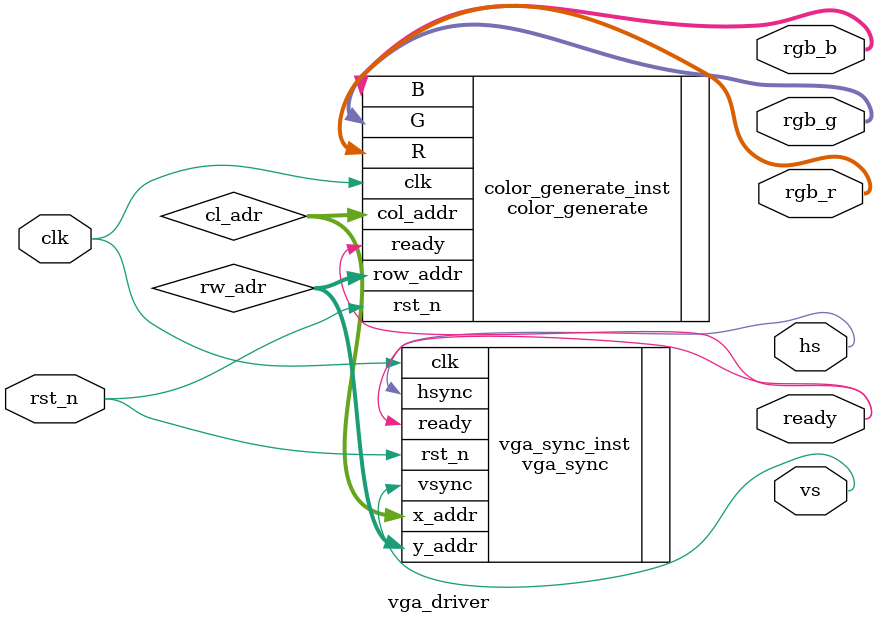
<source format=v>
module vga_driver(
	input                 clk,           //pixel clock
	input                 rst_n,           //reset signal high active
	output                hs,            //horizontal synchronization
	output                vs,            //vertical synchronization
	output                ready,            //video valid
	output[7:0]           rgb_r,         //video red data
	output[7:0]           rgb_g,         //video green data
	output[7:0]           rgb_b          //video blue data
);

wire [10:0] cl_adr;
wire [10:0] rw_adr;
reg[2:0]test_mode_reg;
//VGAÐÅºÅÍ¬²½²úÉúÄ£¿é
vga_sync vga_sync_inst(
    .hsync(hs),
    .vsync(vs),
    .ready(ready),
    .x_addr(cl_adr),
    .y_addr(rw_adr),
    .clk(clk),
    .rst_n(rst_n)
);
//²ÊÉ«½¥±ä²âÊÔÄ£¿é
color_generate color_generate_inst(
    .R(rgb_r),
    .G(rgb_g),
    .B(rgb_b),

    .clk(clk),
    .rst_n(rst_n),
    //.mode(test_mode_reg),
    .col_addr(cl_adr),
    .row_addr(rw_adr),
    .ready(ready)
);

parameter CLK_FREQ='d50000000;//Ê±ÖÓÆµÂÊ¶¨Òå50Mhz=50000000.
parameter COUNT_ONE_SECONDS=CLK_FREQ/2;//¼ÆÊý°ëÃëÖÓ
reg [31:0]counter_timeout_reg;
//Ãô¸Ð¿é½øÐÐ0.5ÃëµÄ¼ÆÊý£¬¿ØÖÆtest_mode_reg×Ô¼Ó£¬ÓÐ000-111Ò»¹²°ËÖÖÄ£Ê½
always @(posedge clk, negedge rst_n) begin
    if(!rst_n)begin
        test_mode_reg<='d0;
        counter_timeout_reg<='d0;
    end
    else begin
        if(counter_timeout_reg<COUNT_ONE_SECONDS-1)counter_timeout_reg<=counter_timeout_reg+'d1;
        else begin
            counter_timeout_reg<='d0;
            test_mode_reg<=test_mode_reg+'d1;
        end
    end
end

endmodule 
</source>
